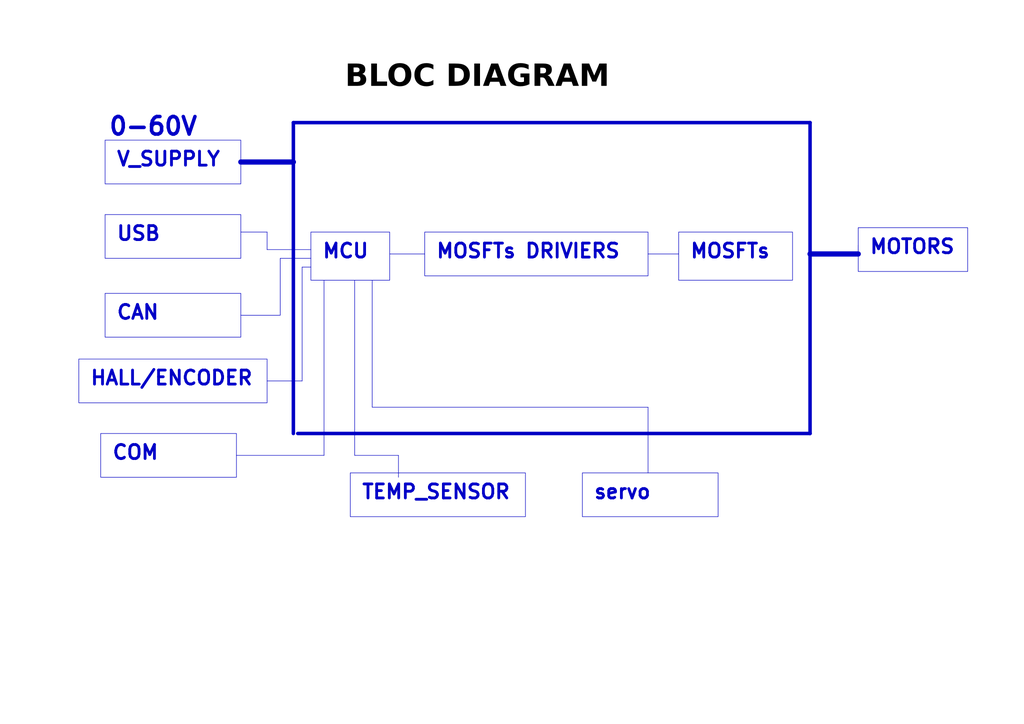
<source format=kicad_sch>
(kicad_sch
	(version 20231120)
	(generator "eeschema")
	(generator_version "8.0")
	(uuid "cfd2c4a9-4729-4b74-99cb-316b5f342aab")
	(paper "A4")
	(lib_symbols)
	(polyline
		(pts
			(xy 90.17 77.47) (xy 87.63 77.47)
		)
		(stroke
			(width 0)
			(type default)
		)
		(uuid "01c33379-a180-4b2b-9fa1-a80045068c49")
	)
	(polyline
		(pts
			(xy 93.98 81.28) (xy 93.98 132.08)
		)
		(stroke
			(width 0)
			(type default)
		)
		(uuid "078cca0e-8aa9-4e0c-86ea-84e3a955ae61")
	)
	(polyline
		(pts
			(xy 107.95 118.11) (xy 187.96 118.11)
		)
		(stroke
			(width 0)
			(type default)
		)
		(uuid "0b2523de-7c94-40fa-994c-bd09ebeb0a73")
	)
	(polyline
		(pts
			(xy 86.36 125.73) (xy 234.95 125.73)
		)
		(stroke
			(width 1.016)
			(type default)
		)
		(uuid "0ce209b6-bf6e-4e83-8d13-b223fa1476e2")
	)
	(polyline
		(pts
			(xy 77.47 110.49) (xy 87.63 110.49)
		)
		(stroke
			(width 0)
			(type default)
		)
		(uuid "0fefe818-aaa7-40e2-be23-ff805d1ce9f5")
	)
	(polyline
		(pts
			(xy 248.92 73.66) (xy 234.95 73.66)
		)
		(stroke
			(width 1.524)
			(type default)
		)
		(uuid "12d234a5-e241-46c4-8474-568f2794bf93")
	)
	(polyline
		(pts
			(xy 248.92 71.12) (xy 248.92 73.66)
		)
		(stroke
			(width 0)
			(type default)
		)
		(uuid "1c17062f-7067-4cad-8e18-c14c4655e775")
	)
	(polyline
		(pts
			(xy 69.85 67.31) (xy 77.47 67.31)
		)
		(stroke
			(width 0)
			(type default)
		)
		(uuid "22ff790c-5540-4d27-a4cb-c120cc704b69")
	)
	(polyline
		(pts
			(xy 102.87 81.28) (xy 102.87 132.08)
		)
		(stroke
			(width 0)
			(type default)
		)
		(uuid "4368d9b4-bd42-4769-8b1a-c46eba580eea")
	)
	(polyline
		(pts
			(xy 85.09 35.56) (xy 85.09 125.73)
		)
		(stroke
			(width 1.016)
			(type solid)
		)
		(uuid "5d9b1716-89c8-4df5-bb70-8f5330f47ddb")
	)
	(polyline
		(pts
			(xy 77.47 72.39) (xy 90.17 72.39)
		)
		(stroke
			(width 0)
			(type default)
		)
		(uuid "867f0826-3f49-448c-9b82-2ea195dec1e6")
	)
	(polyline
		(pts
			(xy 81.28 91.44) (xy 81.28 74.93)
		)
		(stroke
			(width 0)
			(type default)
		)
		(uuid "893b1d21-5a74-4328-9c92-6ac13eb50d31")
	)
	(polyline
		(pts
			(xy 115.57 132.08) (xy 115.57 138.43)
		)
		(stroke
			(width 0)
			(type default)
		)
		(uuid "91e7c6b8-f41b-48e0-90a8-d01642fdd812")
	)
	(polyline
		(pts
			(xy 68.58 132.08) (xy 93.98 132.08)
		)
		(stroke
			(width 0)
			(type default)
		)
		(uuid "a127fd9d-4813-4036-8941-2f38f77e63f6")
	)
	(polyline
		(pts
			(xy 187.96 73.66) (xy 196.85 73.66)
		)
		(stroke
			(width 0)
			(type default)
		)
		(uuid "a49c9ab1-c82a-4c66-8b55-5b785d5fd211")
	)
	(polyline
		(pts
			(xy 87.63 77.47) (xy 87.63 110.49)
		)
		(stroke
			(width 0)
			(type default)
		)
		(uuid "b227b54f-ce2e-4967-971a-bf8acb7549a0")
	)
	(polyline
		(pts
			(xy 113.03 73.66) (xy 123.19 73.66)
		)
		(stroke
			(width 0)
			(type default)
		)
		(uuid "b37d48fd-1bb8-45ef-b79a-ec529154885a")
	)
	(polyline
		(pts
			(xy 102.87 132.08) (xy 115.57 132.08)
		)
		(stroke
			(width 0)
			(type default)
		)
		(uuid "c42c855d-c239-41d3-9080-6885c8aaecef")
	)
	(polyline
		(pts
			(xy 187.96 118.11) (xy 187.96 137.16)
		)
		(stroke
			(width 0)
			(type default)
		)
		(uuid "cb15b25a-e072-431c-b594-6162750dfe77")
	)
	(polyline
		(pts
			(xy 234.95 125.73) (xy 234.95 35.56)
		)
		(stroke
			(width 1.016)
			(type default)
		)
		(uuid "dc4d0f99-5a4f-464f-aacb-a3ea3b9310a4")
	)
	(polyline
		(pts
			(xy 85.09 35.56) (xy 234.95 35.56)
		)
		(stroke
			(width 1.016)
			(type default)
		)
		(uuid "ec3c4e1f-4f57-4a3e-a34d-be8e5c3d813b")
	)
	(polyline
		(pts
			(xy 69.85 91.44) (xy 81.28 91.44)
		)
		(stroke
			(width 0)
			(type default)
		)
		(uuid "f2091246-a94f-4140-a818-2d80d25d6c71")
	)
	(polyline
		(pts
			(xy 85.09 46.99) (xy 85.09 45.72)
		)
		(stroke
			(width 0)
			(type default)
		)
		(uuid "f3539838-e81d-4861-b787-d5ffebd4958d")
	)
	(polyline
		(pts
			(xy 69.85 46.99) (xy 85.09 46.99)
		)
		(stroke
			(width 1.524)
			(type default)
		)
		(uuid "f3a1fd38-8ab2-4f9f-b6a2-76d0c8043ed5")
	)
	(polyline
		(pts
			(xy 81.28 74.93) (xy 90.17 74.93)
		)
		(stroke
			(width 0)
			(type default)
		)
		(uuid "f7f3add1-eea0-4973-ba1e-49f8d95cf999")
	)
	(polyline
		(pts
			(xy 77.47 67.31) (xy 77.47 72.39)
		)
		(stroke
			(width 0)
			(type default)
		)
		(uuid "fb8077c8-218f-4330-ad58-e37c2c733050")
	)
	(polyline
		(pts
			(xy 107.95 81.28) (xy 107.95 118.11)
		)
		(stroke
			(width 0)
			(type default)
		)
		(uuid "fdccfa56-c304-4b09-85a1-08e42bc1a71d")
	)
	(text_box "MOSFTs DRIVIERS"
		(exclude_from_sim no)
		(at 123.19 67.31 0)
		(size 64.77 12.7)
		(stroke
			(width 0)
			(type default)
		)
		(fill
			(type none)
		)
		(effects
			(font
				(size 4.064 4.064)
				(bold yes)
			)
			(justify left top)
		)
		(uuid "299f1e22-9c9f-44c4-82a9-f2083f22dd07")
	)
	(text_box "CAN"
		(exclude_from_sim no)
		(at 30.48 85.09 0)
		(size 39.37 12.7)
		(stroke
			(width 0)
			(type default)
		)
		(fill
			(type none)
		)
		(effects
			(font
				(size 4.064 4.064)
				(bold yes)
			)
			(justify left top)
		)
		(uuid "44ff79f7-af17-4d60-a230-6e574cbf38ca")
	)
	(text_box "TEMP_SENSOR"
		(exclude_from_sim no)
		(at 101.6 137.16 0)
		(size 50.8 12.7)
		(stroke
			(width 0)
			(type default)
		)
		(fill
			(type none)
		)
		(effects
			(font
				(size 4.064 4.064)
				(bold yes)
			)
			(justify left top)
		)
		(uuid "7dfa825e-9fb5-4235-8257-40f6e4f83f32")
	)
	(text_box "HALL/ENCODER"
		(exclude_from_sim no)
		(at 22.86 104.14 0)
		(size 54.61 12.7)
		(stroke
			(width 0)
			(type default)
		)
		(fill
			(type none)
		)
		(effects
			(font
				(size 4.064 4.064)
				(bold yes)
			)
			(justify left top)
		)
		(uuid "8cc927db-f1b8-469d-aee5-a4cdf12395fe")
	)
	(text_box "COM"
		(exclude_from_sim no)
		(at 29.21 125.73 0)
		(size 39.37 12.7)
		(stroke
			(width 0)
			(type default)
		)
		(fill
			(type none)
		)
		(effects
			(font
				(size 4.064 4.064)
				(bold yes)
			)
			(justify left top)
		)
		(uuid "95107eca-d927-4020-882d-9decf16bb2f9")
	)
	(text_box "MOTORS"
		(exclude_from_sim no)
		(at 248.92 66.04 0)
		(size 31.75 12.7)
		(stroke
			(width 0)
			(type default)
		)
		(fill
			(type none)
		)
		(effects
			(font
				(size 4.064 4.064)
				(bold yes)
			)
			(justify left top)
		)
		(uuid "a607735c-dd44-4b32-ad99-1d14e199c339")
	)
	(text_box "servo"
		(exclude_from_sim no)
		(at 168.91 137.16 0)
		(size 39.37 12.7)
		(stroke
			(width 0)
			(type default)
		)
		(fill
			(type none)
		)
		(effects
			(font
				(size 4.064 4.064)
				(bold yes)
			)
			(justify left top)
		)
		(uuid "bd941fcb-7afe-4e46-a49c-72e7a5b8313e")
	)
	(text_box "USB"
		(exclude_from_sim no)
		(at 30.48 62.23 0)
		(size 39.37 12.7)
		(stroke
			(width 0)
			(type default)
		)
		(fill
			(type none)
		)
		(effects
			(font
				(size 4.064 4.064)
				(bold yes)
			)
			(justify left top)
		)
		(uuid "c187150e-10f0-4645-b787-12dc344cd513")
	)
	(text_box "MCU"
		(exclude_from_sim no)
		(at 90.17 67.31 0)
		(size 22.86 13.97)
		(stroke
			(width 0)
			(type default)
		)
		(fill
			(type none)
		)
		(effects
			(font
				(size 4.064 4.064)
				(bold yes)
			)
			(justify left top)
		)
		(uuid "d54dbfe5-43d4-4c68-9c0a-5edfa6c3c983")
	)
	(text_box "MOSFTs"
		(exclude_from_sim no)
		(at 196.85 67.31 0)
		(size 33.02 13.97)
		(stroke
			(width 0)
			(type default)
		)
		(fill
			(type none)
		)
		(effects
			(font
				(size 4.064 4.064)
				(bold yes)
			)
			(justify left top)
		)
		(uuid "e982c2c7-6d55-4b9e-9cef-1f6edc9c594d")
	)
	(text_box "V_SUPPLY"
		(exclude_from_sim no)
		(at 30.48 40.64 0)
		(size 39.37 12.7)
		(stroke
			(width 0)
			(type default)
		)
		(fill
			(type none)
		)
		(effects
			(font
				(size 4.064 4.064)
				(bold yes)
			)
			(justify left top)
		)
		(uuid "f9e64804-5d97-4068-803a-0168ffd27730")
	)
	(text "BLOC DIAGRAM"
		(exclude_from_sim no)
		(at 138.43 24.13 0)
		(effects
			(font
				(face "Arial Black")
				(size 6.35 6.35)
				(bold yes)
				(color 0 0 0 1)
			)
		)
		(uuid "89e4e1ae-725b-4186-8d02-0991d35db4f9")
	)
	(text "0-60V"
		(exclude_from_sim no)
		(at 44.45 36.83 0)
		(effects
			(font
				(size 5.08 5.08)
				(bold yes)
			)
		)
		(uuid "c905ef2c-6434-4199-86f9-7ac3f52d6587")
	)
)

</source>
